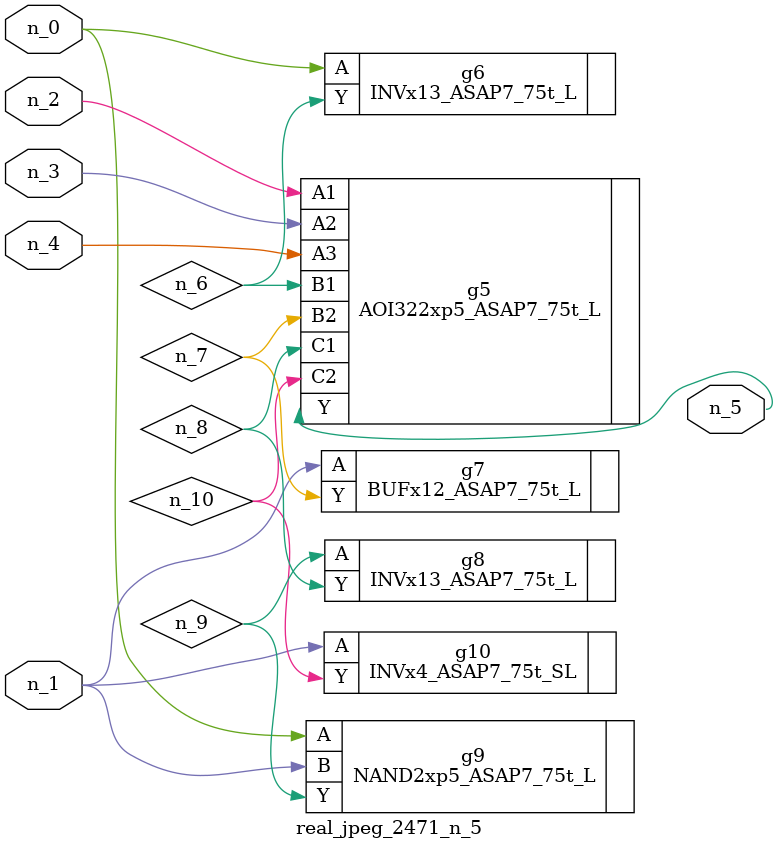
<source format=v>
module real_jpeg_2471_n_5 (n_4, n_0, n_1, n_2, n_3, n_5);

input n_4;
input n_0;
input n_1;
input n_2;
input n_3;

output n_5;

wire n_8;
wire n_6;
wire n_7;
wire n_10;
wire n_9;

INVx13_ASAP7_75t_L g6 ( 
.A(n_0),
.Y(n_6)
);

NAND2xp5_ASAP7_75t_L g9 ( 
.A(n_0),
.B(n_1),
.Y(n_9)
);

BUFx12_ASAP7_75t_L g7 ( 
.A(n_1),
.Y(n_7)
);

INVx4_ASAP7_75t_SL g10 ( 
.A(n_1),
.Y(n_10)
);

AOI322xp5_ASAP7_75t_L g5 ( 
.A1(n_2),
.A2(n_3),
.A3(n_4),
.B1(n_6),
.B2(n_7),
.C1(n_8),
.C2(n_10),
.Y(n_5)
);

INVx13_ASAP7_75t_L g8 ( 
.A(n_9),
.Y(n_8)
);


endmodule
</source>
